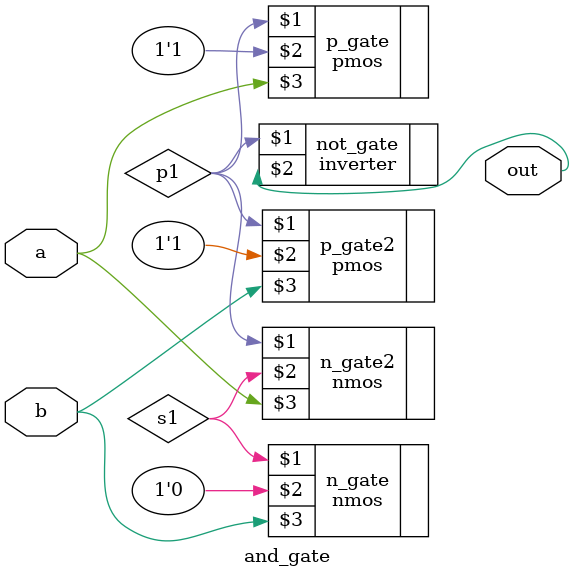
<source format=v>
module and_gate (
  input a,
  input b,
  output out
);
  wire s1; // wire connecting nmos in series
  wire p1; // output of nmos and pmos
  pmos #(2) p_gate (p1, 1'b1, a);
  pmos #(2) p_gate2 (p1, 1'b1, b);
  nmos #(1) n_gate (s1, 1'b0, b);
  nmos #(1) n_gate2 (p1, s1, a);
  inverter not_gate (p1, out);
endmodule // 
</source>
